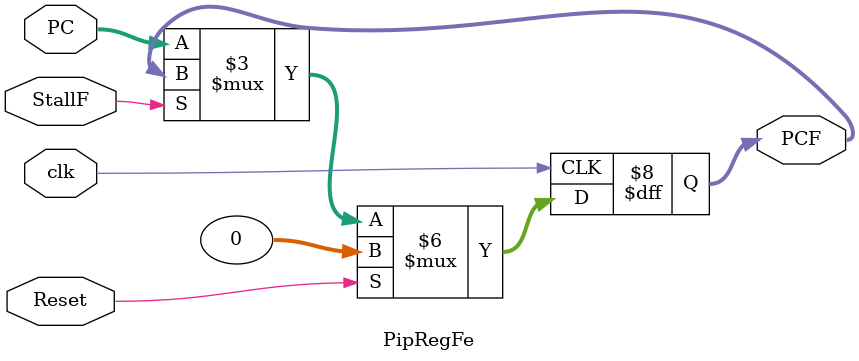
<source format=v>
`timescale 1ns / 1ps

module PipRegFe(clk, Reset, StallF, PC, PCF);
input clk, StallF, Reset;
input [31:0] PC;

output reg [31:0] PCF;

always @ (posedge clk) 
  begin
    if (Reset) 
		PCF <= 0;
    else 
	 begin
      if (~StallF) 
          PCF <= PC;
	 end
  end
endmodule

</source>
